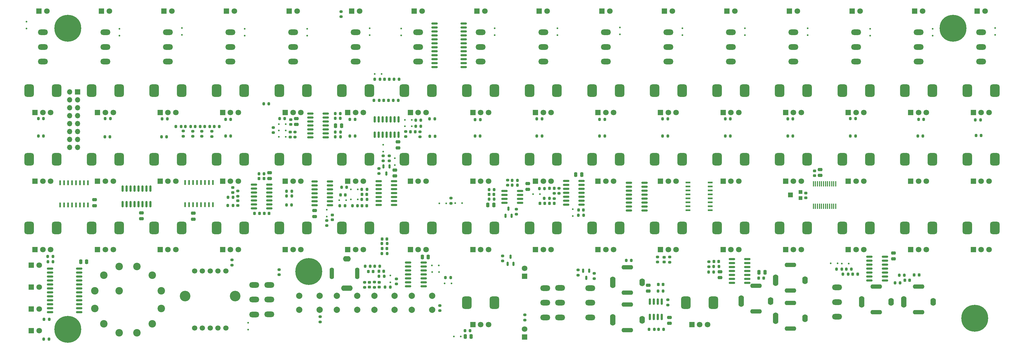
<source format=gbr>
%TF.GenerationSoftware,KiCad,Pcbnew,7.0.9*%
%TF.CreationDate,2024-01-01T10:09:09-06:00*%
%TF.ProjectId,SoundLab16StepSequencer,536f756e-644c-4616-9231-365374657053,rev?*%
%TF.SameCoordinates,Original*%
%TF.FileFunction,Soldermask,Top*%
%TF.FilePolarity,Negative*%
%FSLAX46Y46*%
G04 Gerber Fmt 4.6, Leading zero omitted, Abs format (unit mm)*
G04 Created by KiCad (PCBNEW 7.0.9) date 2024-01-01 10:09:09*
%MOMM*%
%LPD*%
G01*
G04 APERTURE LIST*
G04 Aperture macros list*
%AMRoundRect*
0 Rectangle with rounded corners*
0 $1 Rounding radius*
0 $2 $3 $4 $5 $6 $7 $8 $9 X,Y pos of 4 corners*
0 Add a 4 corners polygon primitive as box body*
4,1,4,$2,$3,$4,$5,$6,$7,$8,$9,$2,$3,0*
0 Add four circle primitives for the rounded corners*
1,1,$1+$1,$2,$3*
1,1,$1+$1,$4,$5*
1,1,$1+$1,$6,$7*
1,1,$1+$1,$8,$9*
0 Add four rect primitives between the rounded corners*
20,1,$1+$1,$2,$3,$4,$5,0*
20,1,$1+$1,$4,$5,$6,$7,0*
20,1,$1+$1,$6,$7,$8,$9,0*
20,1,$1+$1,$8,$9,$2,$3,0*%
G04 Aperture macros list end*
%ADD10R,1.800000X1.800000*%
%ADD11C,1.800000*%
%ADD12RoundRect,0.750000X0.750000X-1.250000X0.750000X1.250000X-0.750000X1.250000X-0.750000X-1.250000X0*%
%ADD13C,2.000000*%
%ADD14RoundRect,0.200000X-0.200000X-0.275000X0.200000X-0.275000X0.200000X0.275000X-0.200000X0.275000X0*%
%ADD15O,1.750000X3.700000*%
%ADD16O,1.750000X2.500000*%
%ADD17O,3.700000X1.400000*%
%ADD18O,3.200000X1.800000*%
%ADD19RoundRect,0.200000X0.200000X0.275000X-0.200000X0.275000X-0.200000X-0.275000X0.200000X-0.275000X0*%
%ADD20RoundRect,0.200000X0.275000X-0.200000X0.275000X0.200000X-0.275000X0.200000X-0.275000X-0.200000X0*%
%ADD21RoundRect,0.225000X0.250000X-0.225000X0.250000X0.225000X-0.250000X0.225000X-0.250000X-0.225000X0*%
%ADD22RoundRect,0.125000X-0.125000X-0.125000X0.125000X-0.125000X0.125000X0.125000X-0.125000X0.125000X0*%
%ADD23RoundRect,0.125000X0.125000X-0.125000X0.125000X0.125000X-0.125000X0.125000X-0.125000X-0.125000X0*%
%ADD24RoundRect,0.150000X-0.150000X0.512500X-0.150000X-0.512500X0.150000X-0.512500X0.150000X0.512500X0*%
%ADD25RoundRect,0.225000X-0.250000X0.225000X-0.250000X-0.225000X0.250000X-0.225000X0.250000X0.225000X0*%
%ADD26RoundRect,0.200000X-0.275000X0.200000X-0.275000X-0.200000X0.275000X-0.200000X0.275000X0.200000X0*%
%ADD27RoundRect,0.150000X0.150000X-0.512500X0.150000X0.512500X-0.150000X0.512500X-0.150000X-0.512500X0*%
%ADD28RoundRect,0.250000X0.475000X-0.250000X0.475000X0.250000X-0.475000X0.250000X-0.475000X-0.250000X0*%
%ADD29RoundRect,0.250000X-0.250000X-0.475000X0.250000X-0.475000X0.250000X0.475000X-0.250000X0.475000X0*%
%ADD30RoundRect,0.250000X0.250000X0.475000X-0.250000X0.475000X-0.250000X-0.475000X0.250000X-0.475000X0*%
%ADD31R,0.600000X1.500000*%
%ADD32C,1.700000*%
%ADD33C,3.400000*%
%ADD34RoundRect,0.125000X0.125000X0.125000X-0.125000X0.125000X-0.125000X-0.125000X0.125000X-0.125000X0*%
%ADD35RoundRect,0.225000X0.225000X0.250000X-0.225000X0.250000X-0.225000X-0.250000X0.225000X-0.250000X0*%
%ADD36RoundRect,0.150000X-0.825000X-0.150000X0.825000X-0.150000X0.825000X0.150000X-0.825000X0.150000X0*%
%ADD37RoundRect,0.250000X-0.475000X0.250000X-0.475000X-0.250000X0.475000X-0.250000X0.475000X0.250000X0*%
%ADD38RoundRect,0.225000X-0.225000X-0.250000X0.225000X-0.250000X0.225000X0.250000X-0.225000X0.250000X0*%
%ADD39RoundRect,0.125000X-0.125000X0.125000X-0.125000X-0.125000X0.125000X-0.125000X0.125000X0.125000X0*%
%ADD40RoundRect,0.150000X-0.875000X-0.150000X0.875000X-0.150000X0.875000X0.150000X-0.875000X0.150000X0*%
%ADD41C,8.600000*%
%ADD42RoundRect,0.150000X0.850000X0.150000X-0.850000X0.150000X-0.850000X-0.150000X0.850000X-0.150000X0*%
%ADD43RoundRect,0.150000X0.875000X0.150000X-0.875000X0.150000X-0.875000X-0.150000X0.875000X-0.150000X0*%
%ADD44C,2.400000*%
%ADD45RoundRect,0.150000X-0.150000X0.825000X-0.150000X-0.825000X0.150000X-0.825000X0.150000X0.825000X0*%
%ADD46RoundRect,0.150000X0.825000X0.150000X-0.825000X0.150000X-0.825000X-0.150000X0.825000X-0.150000X0*%
%ADD47R,0.450000X1.750000*%
%ADD48R,1.500000X0.600000*%
%ADD49O,3.700000X1.750000*%
%ADD50O,2.500000X1.750000*%
%ADD51O,1.400000X3.700000*%
%ADD52RoundRect,0.150000X0.150000X-0.850000X0.150000X0.850000X-0.150000X0.850000X-0.150000X-0.850000X0*%
%ADD53R,1.200000X1.200000*%
%ADD54R,1.500000X1.600000*%
%ADD55R,1.700000X1.700000*%
%ADD56O,1.700000X1.700000*%
G04 APERTURE END LIST*
D10*
%TO.C,RV43*%
X309500000Y-162000000D03*
D11*
X312000000Y-162000000D03*
X314500000Y-162000000D03*
D12*
X307600000Y-155000000D03*
X316400000Y-155000000D03*
%TD*%
D13*
%TO.C,SW20*%
X190000000Y-176750000D03*
X196500000Y-176750000D03*
X190000000Y-181250000D03*
X196500000Y-181250000D03*
%TD*%
D14*
%TO.C,R68*%
X170175000Y-125600000D03*
X171825000Y-125600000D03*
%TD*%
D15*
%TO.C,J6*%
X306300000Y-171750000D03*
D16*
X315700000Y-171750000D03*
D17*
X311000000Y-166850000D03*
X311000000Y-175050000D03*
%TD*%
D18*
%TO.C,SW8*%
X152000000Y-92300000D03*
X152000000Y-97000000D03*
X152000000Y-101700000D03*
%TD*%
D19*
%TO.C,R61*%
X132050000Y-120200000D03*
X130400000Y-120200000D03*
%TD*%
D10*
%TO.C,RV22*%
X289500000Y-118000000D03*
D11*
X292000000Y-118000000D03*
X294500000Y-118000000D03*
D12*
X287600000Y-111000000D03*
X296400000Y-111000000D03*
%TD*%
D10*
%TO.C,RV33*%
X209500000Y-140000000D03*
D11*
X212000000Y-140000000D03*
X214500000Y-140000000D03*
D12*
X207600000Y-133000000D03*
X216400000Y-133000000D03*
%TD*%
D18*
%TO.C,SW2*%
X139600000Y-182770000D03*
X139600000Y-178000000D03*
X139600000Y-173300000D03*
X144400000Y-182700000D03*
X144400000Y-178000000D03*
X144400000Y-173300000D03*
%TD*%
D14*
%TO.C,R117*%
X230750000Y-142425000D03*
X232400000Y-142425000D03*
%TD*%
D13*
%TO.C,SW22*%
X166000000Y-176750000D03*
X172500000Y-176750000D03*
X166000000Y-181250000D03*
X172500000Y-181250000D03*
%TD*%
D20*
%TO.C,R118*%
X237050000Y-143950000D03*
X237050000Y-142300000D03*
%TD*%
D14*
%TO.C,R5*%
X344475000Y-172675000D03*
X346125000Y-172675000D03*
%TD*%
D21*
%TO.C,C27*%
X315975000Y-145375000D03*
X315975000Y-143825000D03*
%TD*%
D14*
%TO.C,R30*%
X73575000Y-164175000D03*
X75225000Y-164175000D03*
%TD*%
D10*
%TO.C,D45*%
X68275000Y-174000000D03*
D11*
X70815000Y-174000000D03*
%TD*%
D22*
%TO.C,D50*%
X187725000Y-120400000D03*
X189925000Y-120400000D03*
%TD*%
D23*
%TO.C,D25*%
X216500000Y-93250000D03*
X216500000Y-91050000D03*
%TD*%
D24*
%TO.C,Q2*%
X246675000Y-168762500D03*
X244775000Y-168762500D03*
X245725000Y-171037500D03*
%TD*%
D19*
%TO.C,R67*%
X291850000Y-120090000D03*
X290200000Y-120090000D03*
%TD*%
D10*
%TO.C,RV5*%
X369500000Y-118000000D03*
D11*
X372000000Y-118000000D03*
X374500000Y-118000000D03*
D12*
X367600000Y-111000000D03*
X376400000Y-111000000D03*
%TD*%
D25*
%TO.C,C40*%
X318700000Y-136700000D03*
X318700000Y-138250000D03*
%TD*%
D23*
%TO.C,D22*%
X156500000Y-93350000D03*
X156500000Y-91150000D03*
%TD*%
D18*
%TO.C,SW11*%
X212000000Y-92300000D03*
X212000000Y-97000000D03*
X212000000Y-101700000D03*
%TD*%
D26*
%TO.C,R15*%
X126035000Y-124060000D03*
X126035000Y-125710000D03*
%TD*%
D27*
%TO.C,Q1*%
X219950000Y-151162500D03*
X221850000Y-151162500D03*
X220900000Y-148887500D03*
%TD*%
D18*
%TO.C,SW9*%
X172000000Y-92300000D03*
X172000000Y-97000000D03*
X172000000Y-101700000D03*
%TD*%
D14*
%TO.C,R62*%
X310175000Y-120090000D03*
X311825000Y-120090000D03*
%TD*%
D26*
%TO.C,R29*%
X145675000Y-122850000D03*
X145675000Y-124500000D03*
%TD*%
D10*
%TO.C,RV45*%
X289500000Y-162000000D03*
D11*
X292000000Y-162000000D03*
X294500000Y-162000000D03*
D12*
X287600000Y-155000000D03*
X296400000Y-155000000D03*
%TD*%
D10*
%TO.C,RV11*%
X349500000Y-140000000D03*
D11*
X352000000Y-140000000D03*
X354500000Y-140000000D03*
D12*
X347600000Y-133000000D03*
X356400000Y-133000000D03*
%TD*%
D19*
%TO.C,R120*%
X172625000Y-147950000D03*
X170975000Y-147950000D03*
%TD*%
%TO.C,R11*%
X151575000Y-144750000D03*
X149925000Y-144750000D03*
%TD*%
D28*
%TO.C,C4*%
X144500000Y-139200000D03*
X144500000Y-137300000D03*
%TD*%
D29*
%TO.C,C21*%
X214300000Y-147625000D03*
X216200000Y-147625000D03*
%TD*%
D14*
%TO.C,R79*%
X229950000Y-125600000D03*
X231600000Y-125600000D03*
%TD*%
D30*
%TO.C,C29*%
X302875000Y-169275000D03*
X300975000Y-169275000D03*
%TD*%
D14*
%TO.C,R32*%
X72400000Y-184325000D03*
X74050000Y-184325000D03*
%TD*%
D13*
%TO.C,SW21*%
X178000000Y-176750000D03*
X184500000Y-176750000D03*
X178000000Y-181250000D03*
X184500000Y-181250000D03*
%TD*%
D19*
%TO.C,R77*%
X211850000Y-120290000D03*
X210200000Y-120290000D03*
%TD*%
D22*
%TO.C,D54*%
X178075000Y-105625000D03*
X180275000Y-105625000D03*
%TD*%
D10*
%TO.C,RV38*%
X89500000Y-162000000D03*
D11*
X92000000Y-162000000D03*
X94500000Y-162000000D03*
D12*
X87600000Y-155000000D03*
X96400000Y-155000000D03*
%TD*%
D18*
%TO.C,SW19*%
X372000000Y-92300000D03*
X372000000Y-97000000D03*
X372000000Y-101700000D03*
%TD*%
%TO.C,SW26*%
X325900000Y-174100000D03*
X325900000Y-178800000D03*
X325900000Y-183500000D03*
%TD*%
D31*
%TO.C,U9*%
X86400000Y-140525000D03*
X85130000Y-140525000D03*
X83860000Y-140525000D03*
X82590000Y-140525000D03*
X81320000Y-140525000D03*
X80050000Y-140525000D03*
X78780000Y-140525000D03*
X77510000Y-140525000D03*
X77510000Y-147625000D03*
X78780000Y-147625000D03*
X80050000Y-147625000D03*
X81320000Y-147625000D03*
X82590000Y-147625000D03*
X83860000Y-147625000D03*
X85130000Y-147625000D03*
X86400000Y-147625000D03*
%TD*%
D21*
%TO.C,C32*%
X270625000Y-165935000D03*
X270625000Y-164385000D03*
%TD*%
D32*
%TO.C,SW1*%
X130500000Y-187150000D03*
X128000000Y-187150000D03*
D33*
X117500000Y-176900000D03*
D32*
X125500000Y-187150000D03*
D33*
X133500000Y-176900000D03*
D32*
X123000000Y-187150000D03*
X120500000Y-187150000D03*
X120500000Y-168850000D03*
X123000000Y-168850000D03*
X125500000Y-168850000D03*
X128000000Y-168850000D03*
X130500000Y-168850000D03*
%TD*%
D14*
%TO.C,R34*%
X72300000Y-190675000D03*
X73950000Y-190675000D03*
%TD*%
D10*
%TO.C,RV26*%
X269500000Y-118000000D03*
D11*
X272000000Y-118000000D03*
X274500000Y-118000000D03*
D12*
X267600000Y-111000000D03*
X276400000Y-111000000D03*
%TD*%
D24*
%TO.C,Q3*%
X182825000Y-135312500D03*
X180925000Y-135312500D03*
X181875000Y-137587500D03*
%TD*%
D19*
%TO.C,R13*%
X151525000Y-147700000D03*
X149875000Y-147700000D03*
%TD*%
D18*
%TO.C,SW13*%
X252000000Y-92300000D03*
X252000000Y-97000000D03*
X252000000Y-101700000D03*
%TD*%
D14*
%TO.C,R4*%
X327800000Y-169825000D03*
X329450000Y-169825000D03*
%TD*%
D10*
%TO.C,D14*%
X190725000Y-85500000D03*
D11*
X193265000Y-85500000D03*
%TD*%
D19*
%TO.C,R72*%
X197325000Y-120075000D03*
X195675000Y-120075000D03*
%TD*%
%TO.C,R51*%
X371800000Y-120400000D03*
X370150000Y-120400000D03*
%TD*%
D10*
%TO.C,RV20*%
X149500000Y-118000000D03*
D11*
X152000000Y-118000000D03*
X154500000Y-118000000D03*
D12*
X147600000Y-111000000D03*
X156400000Y-111000000D03*
%TD*%
D23*
%TO.C,D32*%
X356500000Y-93350000D03*
X356500000Y-91150000D03*
%TD*%
D26*
%TO.C,R18*%
X122835000Y-124010000D03*
X122835000Y-125660000D03*
%TD*%
D22*
%TO.C,D51*%
X187745000Y-122400000D03*
X189945000Y-122400000D03*
%TD*%
D19*
%TO.C,R90*%
X182050000Y-163275000D03*
X180400000Y-163275000D03*
%TD*%
D23*
%TO.C,D28*%
X276500000Y-93250000D03*
X276500000Y-91050000D03*
%TD*%
D26*
%TO.C,R81*%
X202450000Y-145475000D03*
X202450000Y-147125000D03*
%TD*%
D14*
%TO.C,R127*%
X258500000Y-165425000D03*
X260150000Y-165425000D03*
%TD*%
D19*
%TO.C,R73*%
X197375000Y-125625000D03*
X195725000Y-125625000D03*
%TD*%
D34*
%TO.C,D49*%
X200975000Y-147150000D03*
X198775000Y-147150000D03*
%TD*%
D10*
%TO.C,RV12*%
X109500000Y-118000000D03*
D11*
X112000000Y-118000000D03*
X114500000Y-118000000D03*
D12*
X107600000Y-111000000D03*
X116400000Y-111000000D03*
%TD*%
D20*
%TO.C,R8*%
X162775000Y-154275000D03*
X162775000Y-152625000D03*
%TD*%
D19*
%TO.C,R24*%
X149350000Y-119975000D03*
X147700000Y-119975000D03*
%TD*%
D18*
%TO.C,SW16*%
X312000000Y-92300000D03*
X312000000Y-97000000D03*
X312000000Y-101700000D03*
%TD*%
%TO.C,SW15*%
X292000000Y-92300000D03*
X292000000Y-97000000D03*
X292000000Y-101700000D03*
%TD*%
D35*
%TO.C,C43*%
X177600000Y-168975000D03*
X176050000Y-168975000D03*
%TD*%
D10*
%TO.C,RV47*%
X269500000Y-162000000D03*
D11*
X272000000Y-162000000D03*
X274500000Y-162000000D03*
D12*
X267600000Y-155000000D03*
X276400000Y-155000000D03*
%TD*%
D22*
%TO.C,D35*%
X323925000Y-166400000D03*
X326125000Y-166400000D03*
%TD*%
D36*
%TO.C,U16*%
X239300000Y-139990000D03*
X239300000Y-141260000D03*
X239300000Y-142530000D03*
X239300000Y-143800000D03*
X239300000Y-145070000D03*
X239300000Y-146340000D03*
X239300000Y-147610000D03*
X244250000Y-147610000D03*
X244250000Y-146340000D03*
X244250000Y-145070000D03*
X244250000Y-143800000D03*
X244250000Y-142530000D03*
X244250000Y-141260000D03*
X244250000Y-139990000D03*
%TD*%
D19*
%TO.C,R108*%
X233950000Y-145570000D03*
X232300000Y-145570000D03*
%TD*%
D23*
%TO.C,D58*%
X241475000Y-151250000D03*
X241475000Y-149050000D03*
%TD*%
D14*
%TO.C,R116*%
X214650000Y-142725000D03*
X216300000Y-142725000D03*
%TD*%
D31*
%TO.C,U6*%
X126375000Y-140475000D03*
X125105000Y-140475000D03*
X123835000Y-140475000D03*
X122565000Y-140475000D03*
X121295000Y-140475000D03*
X120025000Y-140475000D03*
X118755000Y-140475000D03*
X117485000Y-140475000D03*
X117485000Y-147575000D03*
X118755000Y-147575000D03*
X120025000Y-147575000D03*
X121295000Y-147575000D03*
X122565000Y-147575000D03*
X123835000Y-147575000D03*
X125105000Y-147575000D03*
X126375000Y-147575000D03*
%TD*%
D28*
%TO.C,C1*%
X343950000Y-164950000D03*
X343950000Y-163050000D03*
%TD*%
D10*
%TO.C,RV42*%
X129500000Y-162000000D03*
D11*
X132000000Y-162000000D03*
X134500000Y-162000000D03*
D12*
X127600000Y-155000000D03*
X136400000Y-155000000D03*
%TD*%
D20*
%TO.C,R121*%
X248275000Y-171250000D03*
X248275000Y-169600000D03*
%TD*%
D21*
%TO.C,C22*%
X134310000Y-147850000D03*
X134310000Y-146300000D03*
%TD*%
D19*
%TO.C,R58*%
X331825000Y-125600000D03*
X330175000Y-125600000D03*
%TD*%
D37*
%TO.C,C34*%
X272325000Y-183725000D03*
X272325000Y-185625000D03*
%TD*%
D10*
%TO.C,RV8*%
X89500000Y-118000000D03*
D11*
X92000000Y-118000000D03*
X94500000Y-118000000D03*
D12*
X87600000Y-111000000D03*
X96400000Y-111000000D03*
%TD*%
D10*
%TO.C,RV25*%
X169500000Y-140000000D03*
D11*
X172000000Y-140000000D03*
X174500000Y-140000000D03*
D12*
X167600000Y-133000000D03*
X176400000Y-133000000D03*
%TD*%
D19*
%TO.C,R98*%
X202375000Y-170975000D03*
X200725000Y-170975000D03*
%TD*%
D38*
%TO.C,C66*%
X233950000Y-142355000D03*
X235500000Y-142355000D03*
%TD*%
D19*
%TO.C,R36*%
X167150000Y-124275000D03*
X165500000Y-124275000D03*
%TD*%
D14*
%TO.C,R33*%
X206950000Y-188000000D03*
X208600000Y-188000000D03*
%TD*%
%TO.C,R52*%
X91950000Y-120000000D03*
X93600000Y-120000000D03*
%TD*%
D10*
%TO.C,D61*%
X226000000Y-190000000D03*
D11*
X226000000Y-187460000D03*
%TD*%
D29*
%TO.C,C3*%
X84100000Y-165825000D03*
X86000000Y-165825000D03*
%TD*%
D36*
%TO.C,U15*%
X188800000Y-166150000D03*
X188800000Y-167420000D03*
X188800000Y-168690000D03*
X188800000Y-169960000D03*
X188800000Y-171230000D03*
X188800000Y-172500000D03*
X188800000Y-173770000D03*
X193750000Y-173770000D03*
X193750000Y-172500000D03*
X193750000Y-171230000D03*
X193750000Y-169960000D03*
X193750000Y-168690000D03*
X193750000Y-167420000D03*
X193750000Y-166150000D03*
%TD*%
D28*
%TO.C,C17*%
X88525000Y-147875000D03*
X88525000Y-145975000D03*
%TD*%
D15*
%TO.C,J8*%
X295300000Y-178500000D03*
D16*
X304700000Y-178500000D03*
D17*
X300000000Y-173600000D03*
X300000000Y-181800000D03*
%TD*%
D23*
%TO.C,D33*%
X376500000Y-93100000D03*
X376500000Y-90900000D03*
%TD*%
D22*
%TO.C,D48*%
X203825000Y-147025000D03*
X206025000Y-147025000D03*
%TD*%
D20*
%TO.C,R82*%
X198900000Y-181550000D03*
X198900000Y-179900000D03*
%TD*%
D36*
%TO.C,U1*%
X336300000Y-164265000D03*
X336300000Y-165535000D03*
X336300000Y-166805000D03*
X336300000Y-168075000D03*
X336300000Y-169345000D03*
X336300000Y-170615000D03*
X336300000Y-171885000D03*
X341250000Y-171885000D03*
X341250000Y-170615000D03*
X341250000Y-169345000D03*
X341250000Y-168075000D03*
X341250000Y-166805000D03*
X341250000Y-165535000D03*
X341250000Y-164265000D03*
%TD*%
D10*
%TO.C,RV23*%
X289500000Y-140000000D03*
D11*
X292000000Y-140000000D03*
X294500000Y-140000000D03*
D12*
X287600000Y-133000000D03*
X296400000Y-133000000D03*
%TD*%
D35*
%TO.C,C14*%
X141250000Y-150400000D03*
X139700000Y-150400000D03*
%TD*%
D22*
%TO.C,D34*%
X327450000Y-166425000D03*
X329650000Y-166425000D03*
%TD*%
D38*
%TO.C,C68*%
X174050000Y-147950000D03*
X175600000Y-147950000D03*
%TD*%
D21*
%TO.C,C41*%
X179550000Y-173975000D03*
X179550000Y-172425000D03*
%TD*%
D36*
%TO.C,U11*%
X292325000Y-165015000D03*
X292325000Y-166285000D03*
X292325000Y-167555000D03*
X292325000Y-168825000D03*
X292325000Y-170095000D03*
X292325000Y-171365000D03*
X292325000Y-172635000D03*
X297275000Y-172635000D03*
X297275000Y-171365000D03*
X297275000Y-170095000D03*
X297275000Y-168825000D03*
X297275000Y-167555000D03*
X297275000Y-166285000D03*
X297275000Y-165015000D03*
%TD*%
D10*
%TO.C,RV37*%
X369500000Y-162000000D03*
D11*
X372000000Y-162000000D03*
X374500000Y-162000000D03*
D12*
X367600000Y-155000000D03*
X376400000Y-155000000D03*
%TD*%
D14*
%TO.C,R38*%
X165475000Y-118325000D03*
X167125000Y-118325000D03*
%TD*%
D15*
%TO.C,J7*%
X306300000Y-184000000D03*
D16*
X315700000Y-184000000D03*
D17*
X311000000Y-179100000D03*
X311000000Y-187300000D03*
%TD*%
D10*
%TO.C,D2*%
X70725000Y-85500000D03*
D11*
X73265000Y-85500000D03*
%TD*%
D10*
%TO.C,D64*%
X226000000Y-170500000D03*
D11*
X226000000Y-167960000D03*
%TD*%
D14*
%TO.C,R65*%
X149925000Y-143225000D03*
X151575000Y-143225000D03*
%TD*%
D23*
%TO.C,D23*%
X176500000Y-93200000D03*
X176500000Y-91000000D03*
%TD*%
D15*
%TO.C,J4*%
X333800000Y-178750000D03*
D16*
X343200000Y-178750000D03*
D17*
X338500000Y-173850000D03*
X338500000Y-182050000D03*
%TD*%
D14*
%TO.C,R9*%
X173975000Y-142700000D03*
X175625000Y-142700000D03*
%TD*%
D10*
%TO.C,RV18*%
X309500000Y-118000000D03*
D11*
X312000000Y-118000000D03*
X314500000Y-118000000D03*
D12*
X307600000Y-111000000D03*
X316400000Y-111000000D03*
%TD*%
D22*
%TO.C,D43*%
X147475000Y-123775000D03*
X149675000Y-123775000D03*
%TD*%
D14*
%TO.C,R97*%
X178150000Y-107375000D03*
X179800000Y-107375000D03*
%TD*%
D38*
%TO.C,C33*%
X300900000Y-171100000D03*
X302450000Y-171100000D03*
%TD*%
D39*
%TO.C,D53*%
X183100000Y-170225000D03*
X183100000Y-172425000D03*
%TD*%
D18*
%TO.C,SW5*%
X92000000Y-92300000D03*
X92000000Y-97000000D03*
X92000000Y-101700000D03*
%TD*%
D14*
%TO.C,R91*%
X179475000Y-170550000D03*
X181125000Y-170550000D03*
%TD*%
D40*
%TO.C,U2*%
X74300000Y-168040000D03*
X74300000Y-169310000D03*
X74300000Y-170580000D03*
X74300000Y-171850000D03*
X74300000Y-173120000D03*
X74300000Y-174390000D03*
X74300000Y-175660000D03*
X74300000Y-176930000D03*
X74300000Y-178200000D03*
X74300000Y-179470000D03*
X74300000Y-180740000D03*
X74300000Y-182010000D03*
X83600000Y-182010000D03*
X83600000Y-180740000D03*
X83600000Y-179470000D03*
X83600000Y-178200000D03*
X83600000Y-176930000D03*
X83600000Y-175660000D03*
X83600000Y-174390000D03*
X83600000Y-173120000D03*
X83600000Y-171850000D03*
X83600000Y-170580000D03*
X83600000Y-169310000D03*
X83600000Y-168040000D03*
%TD*%
D22*
%TO.C,D40*%
X147475000Y-125775000D03*
X149675000Y-125775000D03*
%TD*%
D38*
%TO.C,C44*%
X189525000Y-124165000D03*
X191075000Y-124165000D03*
%TD*%
D10*
%TO.C,RV9*%
X89500000Y-140000000D03*
D11*
X92000000Y-140000000D03*
X94500000Y-140000000D03*
D12*
X87600000Y-133000000D03*
X96400000Y-133000000D03*
%TD*%
D23*
%TO.C,D20*%
X116500000Y-93100000D03*
X116500000Y-90900000D03*
%TD*%
D19*
%TO.C,R53*%
X93450000Y-125800000D03*
X91800000Y-125800000D03*
%TD*%
%TO.C,R96*%
X185670000Y-114170000D03*
X184020000Y-114170000D03*
%TD*%
%TO.C,R83*%
X179725000Y-167300000D03*
X178075000Y-167300000D03*
%TD*%
D41*
%TO.C,H5*%
X80000000Y-187500000D03*
%TD*%
D20*
%TO.C,R125*%
X180850000Y-133525000D03*
X180850000Y-131875000D03*
%TD*%
D35*
%TO.C,C9*%
X352150000Y-170125000D03*
X350600000Y-170125000D03*
%TD*%
D14*
%TO.C,R64*%
X142625000Y-115250000D03*
X144275000Y-115250000D03*
%TD*%
%TO.C,R114*%
X222075000Y-141300000D03*
X223725000Y-141300000D03*
%TD*%
D10*
%TO.C,D5*%
X350725000Y-85500000D03*
D11*
X353265000Y-85500000D03*
%TD*%
D10*
%TO.C,RV16*%
X129500000Y-118000000D03*
D11*
X132000000Y-118000000D03*
X134500000Y-118000000D03*
D12*
X127600000Y-111000000D03*
X136400000Y-111000000D03*
%TD*%
D14*
%TO.C,R87*%
X175025000Y-167300000D03*
X176675000Y-167300000D03*
%TD*%
D20*
%TO.C,R88*%
X187995000Y-125750000D03*
X187995000Y-124100000D03*
%TD*%
D10*
%TO.C,D47*%
X68275000Y-188000000D03*
D11*
X70815000Y-188000000D03*
%TD*%
D18*
%TO.C,SW12*%
X232000000Y-92300000D03*
X232000000Y-97000000D03*
X232000000Y-101700000D03*
%TD*%
D23*
%TO.C,D30*%
X316500000Y-93250000D03*
X316500000Y-91050000D03*
%TD*%
D14*
%TO.C,R40*%
X268675000Y-175300000D03*
X270325000Y-175300000D03*
%TD*%
D10*
%TO.C,RV4*%
X69500000Y-140000000D03*
D11*
X72000000Y-140000000D03*
X74500000Y-140000000D03*
D12*
X67600000Y-133000000D03*
X76400000Y-133000000D03*
%TD*%
D23*
%TO.C,D27*%
X256500000Y-93000000D03*
X256500000Y-90800000D03*
%TD*%
D10*
%TO.C,D15*%
X250725000Y-85500000D03*
D11*
X253265000Y-85500000D03*
%TD*%
D10*
%TO.C,RV21*%
X149500000Y-140000000D03*
D11*
X152000000Y-140000000D03*
X154500000Y-140000000D03*
D12*
X147600000Y-133000000D03*
X156400000Y-133000000D03*
%TD*%
D14*
%TO.C,R20*%
X131160000Y-147830000D03*
X132810000Y-147830000D03*
%TD*%
D34*
%TO.C,D60*%
X230900000Y-144225000D03*
X228700000Y-144225000D03*
%TD*%
D19*
%TO.C,R28*%
X142750000Y-137630000D03*
X141100000Y-137630000D03*
%TD*%
D38*
%TO.C,C11*%
X174050000Y-144300000D03*
X175600000Y-144300000D03*
%TD*%
D19*
%TO.C,R59*%
X331825000Y-120000000D03*
X330175000Y-120000000D03*
%TD*%
D20*
%TO.C,R104*%
X147550000Y-170050000D03*
X147550000Y-168400000D03*
%TD*%
D25*
%TO.C,C10*%
X164575000Y-150850000D03*
X164575000Y-152400000D03*
%TD*%
D35*
%TO.C,C46*%
X182000000Y-161625000D03*
X180450000Y-161625000D03*
%TD*%
D19*
%TO.C,R50*%
X372025000Y-125400000D03*
X370375000Y-125400000D03*
%TD*%
D25*
%TO.C,C25*%
X151275000Y-120325000D03*
X151275000Y-121875000D03*
%TD*%
D10*
%TO.C,RV17*%
X129500000Y-140000000D03*
D11*
X132000000Y-140000000D03*
X134500000Y-140000000D03*
D12*
X127600000Y-133000000D03*
X136400000Y-133000000D03*
%TD*%
D14*
%TO.C,R16*%
X166950000Y-147875000D03*
X168600000Y-147875000D03*
%TD*%
D18*
%TO.C,SW10*%
X192000000Y-92300000D03*
X192000000Y-97000000D03*
X192000000Y-101700000D03*
%TD*%
D37*
%TO.C,C15*%
X103525000Y-150175000D03*
X103525000Y-152075000D03*
%TD*%
D36*
%TO.C,U7*%
X157500000Y-118365000D03*
X157500000Y-119635000D03*
X157500000Y-120905000D03*
X157500000Y-122175000D03*
X157500000Y-123445000D03*
X157500000Y-124715000D03*
X157500000Y-125985000D03*
X162450000Y-125985000D03*
X162450000Y-124715000D03*
X162450000Y-123445000D03*
X162450000Y-122175000D03*
X162450000Y-120905000D03*
X162450000Y-119635000D03*
X162450000Y-118365000D03*
%TD*%
D23*
%TO.C,D24*%
X186600000Y-93300000D03*
X186600000Y-91100000D03*
%TD*%
D18*
%TO.C,SW25*%
X247000000Y-183700000D03*
X247000000Y-179000000D03*
X247000000Y-174300000D03*
%TD*%
D10*
%TO.C,RV28*%
X189500000Y-118000000D03*
D11*
X192000000Y-118000000D03*
X194500000Y-118000000D03*
D12*
X187600000Y-111000000D03*
X196400000Y-111000000D03*
%TD*%
D10*
%TO.C,D7*%
X330725000Y-85500000D03*
D11*
X333265000Y-85500000D03*
%TD*%
D14*
%TO.C,R22*%
X117575000Y-122495000D03*
X119225000Y-122495000D03*
%TD*%
D41*
%TO.C,H3*%
X370000000Y-184000000D03*
%TD*%
D35*
%TO.C,C8*%
X349125000Y-171825000D03*
X347575000Y-171825000D03*
%TD*%
D38*
%TO.C,C30*%
X268775000Y-173175000D03*
X270325000Y-173175000D03*
%TD*%
D37*
%TO.C,C54*%
X185575000Y-127450000D03*
X185575000Y-129350000D03*
%TD*%
D36*
%TO.C,U18*%
X219625000Y-143145000D03*
X219625000Y-144415000D03*
X219625000Y-145685000D03*
X219625000Y-146955000D03*
X224575000Y-146955000D03*
X224575000Y-145685000D03*
X224575000Y-144415000D03*
X224575000Y-143145000D03*
%TD*%
D22*
%TO.C,D55*%
X196425000Y-167075000D03*
X198625000Y-167075000D03*
%TD*%
D10*
%TO.C,RV50*%
X209500000Y-162000000D03*
D11*
X212000000Y-162000000D03*
X214500000Y-162000000D03*
D12*
X207600000Y-155000000D03*
X216400000Y-155000000D03*
%TD*%
D14*
%TO.C,R70*%
X270150000Y-120090000D03*
X271800000Y-120090000D03*
%TD*%
D42*
%TO.C,U19*%
X264350000Y-149420000D03*
X264350000Y-148150000D03*
X264350000Y-146880000D03*
X264350000Y-145610000D03*
X264350000Y-144340000D03*
X264350000Y-143070000D03*
X264350000Y-141800000D03*
X264350000Y-140530000D03*
X259350000Y-140530000D03*
X259350000Y-141800000D03*
X259350000Y-143070000D03*
X259350000Y-144340000D03*
X259350000Y-145610000D03*
X259350000Y-146880000D03*
X259350000Y-148150000D03*
X259350000Y-149420000D03*
%TD*%
D38*
%TO.C,C12*%
X142775000Y-150400000D03*
X144325000Y-150400000D03*
%TD*%
D34*
%TO.C,D52*%
X202650000Y-172825000D03*
X200450000Y-172825000D03*
%TD*%
D14*
%TO.C,R78*%
X229950000Y-120090000D03*
X231600000Y-120090000D03*
%TD*%
D26*
%TO.C,R123*%
X226100000Y-182900000D03*
X226100000Y-184550000D03*
%TD*%
D10*
%TO.C,RV34*%
X229500000Y-118000000D03*
D11*
X232000000Y-118000000D03*
X234500000Y-118000000D03*
D12*
X227600000Y-111000000D03*
X236400000Y-111000000D03*
%TD*%
D10*
%TO.C,RV51*%
X229500000Y-162000000D03*
D11*
X232000000Y-162000000D03*
X234500000Y-162000000D03*
D12*
X227600000Y-155000000D03*
X236400000Y-155000000D03*
%TD*%
D10*
%TO.C,RV32*%
X209500000Y-118000000D03*
D11*
X212000000Y-118000000D03*
X214500000Y-118000000D03*
D12*
X207600000Y-111000000D03*
X216400000Y-111000000D03*
%TD*%
D19*
%TO.C,R2*%
X327450000Y-168225000D03*
X325800000Y-168225000D03*
%TD*%
D14*
%TO.C,R71*%
X270150000Y-125600000D03*
X271800000Y-125600000D03*
%TD*%
D10*
%TO.C,D10*%
X150750000Y-85500000D03*
D11*
X153290000Y-85500000D03*
%TD*%
D18*
%TO.C,SW24*%
X237400000Y-174230000D03*
X237400000Y-179000000D03*
X237400000Y-183700000D03*
X232600000Y-174300000D03*
X232600000Y-179000000D03*
X232600000Y-183700000D03*
%TD*%
D19*
%TO.C,R111*%
X216300000Y-145825000D03*
X214650000Y-145825000D03*
%TD*%
D14*
%TO.C,R6*%
X345800000Y-170150000D03*
X347450000Y-170150000D03*
%TD*%
D10*
%TO.C,RV29*%
X189500000Y-140000000D03*
D11*
X192000000Y-140000000D03*
X194500000Y-140000000D03*
D12*
X187600000Y-133000000D03*
X196400000Y-133000000D03*
%TD*%
D23*
%TO.C,D21*%
X136500000Y-93350000D03*
X136500000Y-91150000D03*
%TD*%
D10*
%TO.C,RV49*%
X249500000Y-162000000D03*
D11*
X252000000Y-162000000D03*
X254500000Y-162000000D03*
D12*
X247600000Y-155000000D03*
X256400000Y-155000000D03*
%TD*%
D20*
%TO.C,R10*%
X134325000Y-144825000D03*
X134325000Y-143175000D03*
%TD*%
D18*
%TO.C,SW17*%
X332000000Y-92300000D03*
X332000000Y-97000000D03*
X332000000Y-101700000D03*
%TD*%
D20*
%TO.C,R84*%
X192585000Y-125825000D03*
X192585000Y-124175000D03*
%TD*%
D23*
%TO.C,D19*%
X96500000Y-93350000D03*
X96500000Y-91150000D03*
%TD*%
D43*
%TO.C,U12*%
X206529200Y-103454200D03*
X206529200Y-102184200D03*
X206529200Y-100914200D03*
X206529200Y-99644200D03*
X206529200Y-98374200D03*
X206529200Y-97104200D03*
X206529200Y-95834200D03*
X206529200Y-94564200D03*
X206529200Y-93294200D03*
X206529200Y-92024200D03*
X206529200Y-90754200D03*
X206529200Y-89484200D03*
X197229200Y-89484200D03*
X197229200Y-90754200D03*
X197229200Y-92024200D03*
X197229200Y-93294200D03*
X197229200Y-94564200D03*
X197229200Y-95834200D03*
X197229200Y-97104200D03*
X197229200Y-98374200D03*
X197229200Y-99644200D03*
X197229200Y-100914200D03*
X197229200Y-102184200D03*
X197229200Y-103454200D03*
%TD*%
D19*
%TO.C,R12*%
X169150000Y-141950000D03*
X167500000Y-141950000D03*
%TD*%
D10*
%TO.C,RV48*%
X189500000Y-162000000D03*
D11*
X192000000Y-162000000D03*
X194500000Y-162000000D03*
D12*
X187600000Y-155000000D03*
X196400000Y-155000000D03*
%TD*%
D15*
%TO.C,J3*%
X347300000Y-178750000D03*
D16*
X356700000Y-178750000D03*
D17*
X352000000Y-173850000D03*
X352000000Y-182050000D03*
%TD*%
D14*
%TO.C,R113*%
X222075000Y-139750000D03*
X223725000Y-139750000D03*
%TD*%
%TO.C,R26*%
X131175000Y-145200000D03*
X132825000Y-145200000D03*
%TD*%
D19*
%TO.C,R74*%
X251650000Y-125600000D03*
X250000000Y-125600000D03*
%TD*%
%TO.C,R45*%
X267500000Y-187550000D03*
X265850000Y-187550000D03*
%TD*%
D37*
%TO.C,C28*%
X288500000Y-169050000D03*
X288500000Y-170950000D03*
%TD*%
D10*
%TO.C,D11*%
X290725000Y-85500000D03*
D11*
X293265000Y-85500000D03*
%TD*%
D14*
%TO.C,R37*%
X165475000Y-119875000D03*
X167125000Y-119875000D03*
%TD*%
D44*
%TO.C,SW3*%
X88635000Y-175153000D03*
X91472000Y-170222000D03*
X96403000Y-167385000D03*
X102097000Y-167385000D03*
X107028000Y-170222000D03*
X109865000Y-175153000D03*
X109865000Y-180847000D03*
X107028000Y-185778000D03*
X102097000Y-188615000D03*
X96403000Y-188615000D03*
X91472000Y-185778000D03*
X88635000Y-180847000D03*
X96422000Y-175172000D03*
%TD*%
D28*
%TO.C,C20*%
X227025000Y-142700000D03*
X227025000Y-140800000D03*
%TD*%
D20*
%TO.C,R27*%
X152625000Y-125925000D03*
X152625000Y-124275000D03*
%TD*%
D10*
%TO.C,RV40*%
X109500000Y-162000000D03*
D11*
X112000000Y-162000000D03*
X114500000Y-162000000D03*
D12*
X107600000Y-155000000D03*
X116400000Y-155000000D03*
%TD*%
D35*
%TO.C,C7*%
X332500000Y-169825000D03*
X330950000Y-169825000D03*
%TD*%
D19*
%TO.C,R69*%
X171825000Y-120200000D03*
X170175000Y-120200000D03*
%TD*%
D10*
%TO.C,D17*%
X230725000Y-85500000D03*
D11*
X233265000Y-85500000D03*
%TD*%
D22*
%TO.C,D56*%
X196450000Y-169125000D03*
X198650000Y-169125000D03*
%TD*%
D10*
%TO.C,D3*%
X370725000Y-85500000D03*
D11*
X373265000Y-85500000D03*
%TD*%
D14*
%TO.C,R76*%
X210175000Y-125600000D03*
X211825000Y-125600000D03*
%TD*%
D27*
%TO.C,Q4*%
X220600000Y-166537500D03*
X222500000Y-166537500D03*
X221550000Y-164262500D03*
%TD*%
D14*
%TO.C,R3*%
X328900000Y-168225000D03*
X330550000Y-168225000D03*
%TD*%
D19*
%TO.C,R93*%
X192870000Y-122400000D03*
X191220000Y-122400000D03*
%TD*%
D13*
%TO.C,SW23*%
X154000000Y-176750000D03*
X160500000Y-176750000D03*
X154000000Y-181250000D03*
X160500000Y-181250000D03*
%TD*%
D10*
%TO.C,D44*%
X68325000Y-167000000D03*
D11*
X70865000Y-167000000D03*
%TD*%
D10*
%TO.C,RV14*%
X329500000Y-118000000D03*
D11*
X332000000Y-118000000D03*
X334500000Y-118000000D03*
D12*
X327600000Y-111000000D03*
X336400000Y-111000000D03*
%TD*%
D14*
%TO.C,R31*%
X73600000Y-165825000D03*
X75250000Y-165825000D03*
%TD*%
D10*
%TO.C,RV31*%
X249500000Y-140000000D03*
D11*
X252000000Y-140000000D03*
X254500000Y-140000000D03*
D12*
X247600000Y-133000000D03*
X256400000Y-133000000D03*
%TD*%
D18*
%TO.C,SW6*%
X112000000Y-92300000D03*
X112000000Y-97000000D03*
X112000000Y-101700000D03*
%TD*%
D41*
%TO.C,H2*%
X363000000Y-91000000D03*
%TD*%
D38*
%TO.C,C47*%
X179450000Y-168950000D03*
X181000000Y-168950000D03*
%TD*%
D14*
%TO.C,R99*%
X181450000Y-174025000D03*
X183100000Y-174025000D03*
%TD*%
D25*
%TO.C,C24*%
X151075000Y-124325000D03*
X151075000Y-125875000D03*
%TD*%
D10*
%TO.C,RV6*%
X369500000Y-140000000D03*
D11*
X372000000Y-140000000D03*
X374500000Y-140000000D03*
D12*
X367600000Y-133000000D03*
X376400000Y-133000000D03*
%TD*%
D29*
%TO.C,C51*%
X193350000Y-164350000D03*
X195250000Y-164350000D03*
%TD*%
D14*
%TO.C,R119*%
X243225000Y-150950000D03*
X244875000Y-150950000D03*
%TD*%
D10*
%TO.C,D16*%
X210750000Y-85500000D03*
D11*
X213290000Y-85500000D03*
%TD*%
D35*
%TO.C,C65*%
X216250000Y-144275000D03*
X214700000Y-144275000D03*
%TD*%
D20*
%TO.C,R1*%
X167350000Y-87300000D03*
X167350000Y-85650000D03*
%TD*%
D14*
%TO.C,R57*%
X109950000Y-125800000D03*
X111600000Y-125800000D03*
%TD*%
%TO.C,R19*%
X120675000Y-122500000D03*
X122325000Y-122500000D03*
%TD*%
D23*
%TO.C,D63*%
X180800000Y-130550000D03*
X180800000Y-128350000D03*
%TD*%
D10*
%TO.C,RV2*%
X209500000Y-186000000D03*
D11*
X212000000Y-186000000D03*
X214500000Y-186000000D03*
D12*
X207600000Y-179000000D03*
X216400000Y-179000000D03*
%TD*%
D18*
%TO.C,SW7*%
X132000000Y-92300000D03*
X132000000Y-97000000D03*
X132000000Y-101700000D03*
%TD*%
D26*
%TO.C,R122*%
X243150000Y-168500000D03*
X243150000Y-170150000D03*
%TD*%
D22*
%TO.C,D38*%
X170525000Y-142650000D03*
X172725000Y-142650000D03*
%TD*%
D10*
%TO.C,RV27*%
X269500000Y-140000000D03*
D11*
X272000000Y-140000000D03*
X274500000Y-140000000D03*
D12*
X267600000Y-133000000D03*
X276400000Y-133000000D03*
%TD*%
D10*
%TO.C,RV39*%
X349500000Y-162000000D03*
D11*
X352000000Y-162000000D03*
X354500000Y-162000000D03*
D12*
X347600000Y-155000000D03*
X356400000Y-155000000D03*
%TD*%
D26*
%TO.C,R107*%
X132450000Y-165300000D03*
X132450000Y-166950000D03*
%TD*%
D45*
%TO.C,U14*%
X185760000Y-120225000D03*
X184490000Y-120225000D03*
X183220000Y-120225000D03*
X181950000Y-120225000D03*
X180680000Y-120225000D03*
X179410000Y-120225000D03*
X178140000Y-120225000D03*
X178140000Y-125175000D03*
X179410000Y-125175000D03*
X180680000Y-125175000D03*
X181950000Y-125175000D03*
X183220000Y-125175000D03*
X184490000Y-125175000D03*
X185760000Y-125175000D03*
%TD*%
D14*
%TO.C,R14*%
X126800000Y-122500000D03*
X128450000Y-122500000D03*
%TD*%
D20*
%TO.C,R44*%
X268500000Y-165950000D03*
X268500000Y-164300000D03*
%TD*%
D10*
%TO.C,D4*%
X90725000Y-85500000D03*
D11*
X93265000Y-85500000D03*
%TD*%
D14*
%TO.C,R49*%
X70575000Y-125600000D03*
X72225000Y-125600000D03*
%TD*%
D19*
%TO.C,R47*%
X270500000Y-187550000D03*
X268850000Y-187550000D03*
%TD*%
D18*
%TO.C,SW4*%
X72000000Y-92300000D03*
X72000000Y-97000000D03*
X72000000Y-101700000D03*
%TD*%
D20*
%TO.C,R115*%
X220600000Y-141350000D03*
X220600000Y-139700000D03*
%TD*%
D34*
%TO.C,D36*%
X172725000Y-145900000D03*
X170525000Y-145900000D03*
%TD*%
D10*
%TO.C,RV13*%
X109500000Y-140000000D03*
D11*
X112000000Y-140000000D03*
X114500000Y-140000000D03*
D12*
X107600000Y-133000000D03*
X116400000Y-133000000D03*
%TD*%
D26*
%TO.C,R46*%
X272450000Y-164350000D03*
X272450000Y-166000000D03*
%TD*%
D10*
%TO.C,RV24*%
X169500000Y-118000000D03*
D11*
X172000000Y-118000000D03*
X174500000Y-118000000D03*
D12*
X167600000Y-111000000D03*
X176400000Y-111000000D03*
%TD*%
D10*
%TO.C,RV7*%
X279500000Y-186000000D03*
D11*
X282000000Y-186000000D03*
X284500000Y-186000000D03*
D12*
X277600000Y-179000000D03*
X286400000Y-179000000D03*
%TD*%
D46*
%TO.C,U5*%
X163825000Y-147760000D03*
X163825000Y-146490000D03*
X163825000Y-145220000D03*
X163825000Y-143950000D03*
X163825000Y-142680000D03*
X163825000Y-141410000D03*
X163825000Y-140140000D03*
X158875000Y-140140000D03*
X158875000Y-141410000D03*
X158875000Y-142680000D03*
X158875000Y-143950000D03*
X158875000Y-145220000D03*
X158875000Y-146490000D03*
X158875000Y-147760000D03*
%TD*%
D14*
%TO.C,R35*%
X165500000Y-125825000D03*
X167150000Y-125825000D03*
%TD*%
D35*
%TO.C,C57*%
X232500000Y-147120000D03*
X230950000Y-147120000D03*
%TD*%
D14*
%TO.C,R95*%
X184270000Y-107355000D03*
X185920000Y-107355000D03*
%TD*%
D34*
%TO.C,D42*%
X205600000Y-189800000D03*
X203400000Y-189800000D03*
%TD*%
D14*
%TO.C,R48*%
X70550000Y-120000000D03*
X72200000Y-120000000D03*
%TD*%
D26*
%TO.C,R21*%
X119935000Y-124010000D03*
X119935000Y-125660000D03*
%TD*%
D35*
%TO.C,C58*%
X235550000Y-147120000D03*
X234000000Y-147120000D03*
%TD*%
D14*
%TO.C,R56*%
X110150000Y-120090000D03*
X111800000Y-120090000D03*
%TD*%
D10*
%TO.C,RV35*%
X229500000Y-140000000D03*
D11*
X232000000Y-140000000D03*
X234500000Y-140000000D03*
D12*
X227600000Y-133000000D03*
X236400000Y-133000000D03*
%TD*%
D26*
%TO.C,R110*%
X235480000Y-143970000D03*
X235480000Y-145620000D03*
%TD*%
D10*
%TO.C,D6*%
X110750000Y-85500000D03*
D11*
X113290000Y-85500000D03*
%TD*%
D14*
%TO.C,R7*%
X174000000Y-145900000D03*
X175650000Y-145900000D03*
%TD*%
D18*
%TO.C,SW18*%
X352000000Y-92300000D03*
X352000000Y-97000000D03*
X352000000Y-101700000D03*
%TD*%
D19*
%TO.C,R92*%
X192845000Y-120450000D03*
X191195000Y-120450000D03*
%TD*%
%TO.C,R41*%
X286510000Y-169125000D03*
X284860000Y-169125000D03*
%TD*%
D35*
%TO.C,C42*%
X182020000Y-158565000D03*
X180470000Y-158565000D03*
%TD*%
D20*
%TO.C,R23*%
X116885000Y-125610000D03*
X116885000Y-123960000D03*
%TD*%
D10*
%TO.C,RV44*%
X149500000Y-162000000D03*
D11*
X152000000Y-162000000D03*
X154500000Y-162000000D03*
D12*
X147600000Y-155000000D03*
X156400000Y-155000000D03*
%TD*%
D14*
%TO.C,R63*%
X310150000Y-125600000D03*
X311800000Y-125600000D03*
%TD*%
D10*
%TO.C,RV41*%
X329500000Y-162000000D03*
D11*
X332000000Y-162000000D03*
X334500000Y-162000000D03*
D12*
X327600000Y-155000000D03*
X336400000Y-155000000D03*
%TD*%
D20*
%TO.C,R105*%
X160650000Y-185150000D03*
X160650000Y-183500000D03*
%TD*%
D14*
%TO.C,R86*%
X180400000Y-160025000D03*
X182050000Y-160025000D03*
%TD*%
D36*
%TO.C,U3*%
X139500000Y-141115000D03*
X139500000Y-142385000D03*
X139500000Y-143655000D03*
X139500000Y-144925000D03*
X139500000Y-146195000D03*
X139500000Y-147465000D03*
X139500000Y-148735000D03*
X144450000Y-148735000D03*
X144450000Y-147465000D03*
X144450000Y-146195000D03*
X144450000Y-144925000D03*
X144450000Y-143655000D03*
X144450000Y-142385000D03*
X144450000Y-141115000D03*
%TD*%
D37*
%TO.C,C36*%
X320475000Y-136275000D03*
X320475000Y-138175000D03*
%TD*%
%TO.C,C5*%
X120100000Y-150325000D03*
X120100000Y-152225000D03*
%TD*%
D10*
%TO.C,RV15*%
X329500000Y-140000000D03*
D11*
X332000000Y-140000000D03*
X334500000Y-140000000D03*
D12*
X327600000Y-133000000D03*
X336400000Y-133000000D03*
%TD*%
D36*
%TO.C,U4*%
X179375000Y-140015000D03*
X179375000Y-141285000D03*
X179375000Y-142555000D03*
X179375000Y-143825000D03*
X179375000Y-145095000D03*
X179375000Y-146365000D03*
X179375000Y-147635000D03*
X184325000Y-147635000D03*
X184325000Y-146365000D03*
X184325000Y-145095000D03*
X184325000Y-143825000D03*
X184325000Y-142555000D03*
X184325000Y-141285000D03*
X184325000Y-140015000D03*
%TD*%
D19*
%TO.C,R55*%
X353400000Y-125600000D03*
X351750000Y-125600000D03*
%TD*%
%TO.C,R43*%
X288150000Y-167375000D03*
X286500000Y-167375000D03*
%TD*%
D38*
%TO.C,C23*%
X141150000Y-139180000D03*
X142700000Y-139180000D03*
%TD*%
D14*
%TO.C,R17*%
X123740000Y-122520000D03*
X125390000Y-122520000D03*
%TD*%
D41*
%TO.C,H4*%
X157000000Y-169000000D03*
%TD*%
D38*
%TO.C,C31*%
X286575000Y-165775000D03*
X288125000Y-165775000D03*
%TD*%
%TO.C,C48*%
X180995000Y-114170000D03*
X182545000Y-114170000D03*
%TD*%
D47*
%TO.C,U13*%
X318375000Y-148075000D03*
X319025000Y-148075000D03*
X319675000Y-148075000D03*
X320325000Y-148075000D03*
X320975000Y-148075000D03*
X321625000Y-148075000D03*
X322275000Y-148075000D03*
X322925000Y-148075000D03*
X323575000Y-148075000D03*
X324225000Y-148075000D03*
X324875000Y-148075000D03*
X325525000Y-148075000D03*
X325525000Y-140875000D03*
X324875000Y-140875000D03*
X324225000Y-140875000D03*
X323575000Y-140875000D03*
X322925000Y-140875000D03*
X322275000Y-140875000D03*
X321625000Y-140875000D03*
X320975000Y-140875000D03*
X320325000Y-140875000D03*
X319675000Y-140875000D03*
X319025000Y-140875000D03*
X318375000Y-140875000D03*
%TD*%
D10*
%TO.C,RV10*%
X349500000Y-118000000D03*
D11*
X352000000Y-118000000D03*
X354500000Y-118000000D03*
D12*
X347600000Y-111000000D03*
X356400000Y-111000000D03*
%TD*%
D28*
%TO.C,C2*%
X153075000Y-121850000D03*
X153075000Y-119950000D03*
%TD*%
D30*
%TO.C,C26*%
X208925000Y-189800000D03*
X207025000Y-189800000D03*
%TD*%
D41*
%TO.C,H1*%
X80000000Y-91000000D03*
%TD*%
D19*
%TO.C,R54*%
X353650000Y-120200000D03*
X352000000Y-120200000D03*
%TD*%
D23*
%TO.C,D29*%
X296500000Y-93250000D03*
X296500000Y-91050000D03*
%TD*%
D10*
%TO.C,RV36*%
X69500000Y-162000000D03*
D11*
X72000000Y-162000000D03*
X74500000Y-162000000D03*
D12*
X67600000Y-155000000D03*
X76400000Y-155000000D03*
%TD*%
D10*
%TO.C,D46*%
X68275000Y-181000000D03*
D11*
X70815000Y-181000000D03*
%TD*%
D39*
%TO.C,D1*%
X137600000Y-185400000D03*
X137600000Y-187600000D03*
%TD*%
D23*
%TO.C,D31*%
X336500000Y-93350000D03*
X336500000Y-91150000D03*
%TD*%
D10*
%TO.C,D8*%
X130725000Y-85500000D03*
D11*
X133265000Y-85500000D03*
%TD*%
D37*
%TO.C,C6*%
X158850000Y-149475000D03*
X158850000Y-151375000D03*
%TD*%
D35*
%TO.C,C19*%
X168725000Y-144450000D03*
X167175000Y-144450000D03*
%TD*%
D30*
%TO.C,C52*%
X244275000Y-137910000D03*
X242375000Y-137910000D03*
%TD*%
D10*
%TO.C,D9*%
X310725000Y-85500000D03*
D11*
X313265000Y-85500000D03*
%TD*%
D23*
%TO.C,D26*%
X236500000Y-93250000D03*
X236500000Y-91050000D03*
%TD*%
D26*
%TO.C,R85*%
X178000000Y-172400000D03*
X178000000Y-174050000D03*
%TD*%
D15*
%TO.C,J5*%
X254200000Y-172500000D03*
D16*
X263600000Y-172500000D03*
D17*
X258900000Y-167600000D03*
X258900000Y-175800000D03*
%TD*%
D37*
%TO.C,C35*%
X265600000Y-173375000D03*
X265600000Y-175275000D03*
%TD*%
D22*
%TO.C,D41*%
X147465000Y-121755000D03*
X149665000Y-121755000D03*
%TD*%
D20*
%TO.C,R39*%
X284950000Y-167500000D03*
X284950000Y-165850000D03*
%TD*%
D10*
%TO.C,RV3*%
X69500000Y-118000000D03*
D11*
X72000000Y-118000000D03*
X74500000Y-118000000D03*
D12*
X67600000Y-111000000D03*
X76400000Y-111000000D03*
%TD*%
D14*
%TO.C,R60*%
X130400000Y-125600000D03*
X132050000Y-125600000D03*
%TD*%
D28*
%TO.C,C38*%
X184575000Y-138375000D03*
X184575000Y-136475000D03*
%TD*%
D15*
%TO.C,J2*%
X254200000Y-184500000D03*
D16*
X263600000Y-184500000D03*
D17*
X258900000Y-179600000D03*
X258900000Y-187800000D03*
%TD*%
D18*
%TO.C,SW14*%
X272000000Y-92300000D03*
X272000000Y-97000000D03*
X272000000Y-101700000D03*
%TD*%
D20*
%TO.C,R124*%
X179425000Y-137625000D03*
X179425000Y-135975000D03*
%TD*%
D26*
%TO.C,R128*%
X219000000Y-164000000D03*
X219000000Y-165650000D03*
%TD*%
D39*
%TO.C,D37*%
X162775000Y-149175000D03*
X162775000Y-151375000D03*
%TD*%
D10*
%TO.C,D13*%
X270725000Y-85500000D03*
D11*
X273265000Y-85500000D03*
%TD*%
D21*
%TO.C,C13*%
X132750000Y-143650000D03*
X132750000Y-142100000D03*
%TD*%
D35*
%TO.C,C49*%
X182800000Y-107375000D03*
X181250000Y-107375000D03*
%TD*%
D21*
%TO.C,C45*%
X176450000Y-174000000D03*
X176450000Y-172450000D03*
%TD*%
D10*
%TO.C,RV30*%
X249500000Y-118000000D03*
D11*
X252000000Y-118000000D03*
X254500000Y-118000000D03*
D12*
X247600000Y-111000000D03*
X256400000Y-111000000D03*
%TD*%
D20*
%TO.C,R112*%
X223425000Y-150637500D03*
X223425000Y-148987500D03*
%TD*%
%TO.C,R80*%
X174850000Y-174075000D03*
X174850000Y-172425000D03*
%TD*%
D30*
%TO.C,C39*%
X167500000Y-122250000D03*
X165600000Y-122250000D03*
%TD*%
D48*
%TO.C,U17*%
X285400000Y-149315000D03*
X285400000Y-148045000D03*
X285400000Y-146775000D03*
X285400000Y-145505000D03*
X285400000Y-144235000D03*
X285400000Y-142965000D03*
X285400000Y-141695000D03*
X285400000Y-140425000D03*
X278300000Y-140425000D03*
X278300000Y-141695000D03*
X278300000Y-142965000D03*
X278300000Y-144235000D03*
X278300000Y-145505000D03*
X278300000Y-146775000D03*
X278300000Y-148045000D03*
X278300000Y-149315000D03*
%TD*%
D10*
%TO.C,RV19*%
X309500000Y-140000000D03*
D11*
X312000000Y-140000000D03*
X314500000Y-140000000D03*
D12*
X307600000Y-133000000D03*
X316400000Y-133000000D03*
%TD*%
D49*
%TO.C,J1*%
X169250000Y-174325000D03*
D50*
X169250000Y-164925000D03*
D51*
X164350000Y-169625000D03*
X172550000Y-169625000D03*
%TD*%
D19*
%TO.C,R66*%
X291850000Y-125600000D03*
X290200000Y-125600000D03*
%TD*%
D22*
%TO.C,D39*%
X166725000Y-146175000D03*
X168925000Y-146175000D03*
%TD*%
D52*
%TO.C,U8*%
X97505000Y-147425000D03*
X98775000Y-147425000D03*
X100045000Y-147425000D03*
X101315000Y-147425000D03*
X102585000Y-147425000D03*
X103855000Y-147425000D03*
X105125000Y-147425000D03*
X106395000Y-147425000D03*
X106395000Y-142425000D03*
X105125000Y-142425000D03*
X103855000Y-142425000D03*
X102585000Y-142425000D03*
X101315000Y-142425000D03*
X100045000Y-142425000D03*
X98775000Y-142425000D03*
X97505000Y-142425000D03*
%TD*%
D10*
%TO.C,D12*%
X170750000Y-85500000D03*
D11*
X173290000Y-85500000D03*
%TD*%
D10*
%TO.C,RV46*%
X169500000Y-162000000D03*
D11*
X172000000Y-162000000D03*
X174500000Y-162000000D03*
D12*
X167600000Y-155000000D03*
X176400000Y-155000000D03*
%TD*%
D23*
%TO.C,D18*%
X66800000Y-91100000D03*
X66800000Y-88900000D03*
%TD*%
D45*
%TO.C,U10*%
X269905000Y-178625000D03*
X268635000Y-178625000D03*
X267365000Y-178625000D03*
X266095000Y-178625000D03*
X266095000Y-183575000D03*
X267365000Y-183575000D03*
X268635000Y-183575000D03*
X269905000Y-183575000D03*
%TD*%
D53*
%TO.C,RV1*%
X314250000Y-145475000D03*
D54*
X311000000Y-144475000D03*
D53*
X314250000Y-143475000D03*
%TD*%
D20*
%TO.C,R126*%
X182750000Y-133525000D03*
X182750000Y-131875000D03*
%TD*%
D23*
%TO.C,D62*%
X184550000Y-134900000D03*
X184550000Y-132700000D03*
%TD*%
D35*
%TO.C,C67*%
X244825000Y-149300000D03*
X243275000Y-149300000D03*
%TD*%
D20*
%TO.C,R42*%
X271825000Y-179725000D03*
X271825000Y-178075000D03*
%TD*%
D14*
%TO.C,R25*%
X114535000Y-122510000D03*
X116185000Y-122510000D03*
%TD*%
D19*
%TO.C,R94*%
X179525000Y-114150000D03*
X177875000Y-114150000D03*
%TD*%
%TO.C,R75*%
X251650000Y-120200000D03*
X250000000Y-120200000D03*
%TD*%
D20*
%TO.C,R89*%
X185075000Y-172975000D03*
X185075000Y-171325000D03*
%TD*%
D55*
%TO.C,J9*%
X83100000Y-111385000D03*
D56*
X80560000Y-111385000D03*
X83100000Y-113925000D03*
X80560000Y-113925000D03*
X83100000Y-116465000D03*
X80560000Y-116465000D03*
X83100000Y-119005000D03*
X80560000Y-119005000D03*
X83100000Y-121545000D03*
X80560000Y-121545000D03*
X83100000Y-124085000D03*
X80560000Y-124085000D03*
X83100000Y-126625000D03*
X80560000Y-126625000D03*
X83100000Y-129165000D03*
X80560000Y-129165000D03*
%TD*%
M02*

</source>
